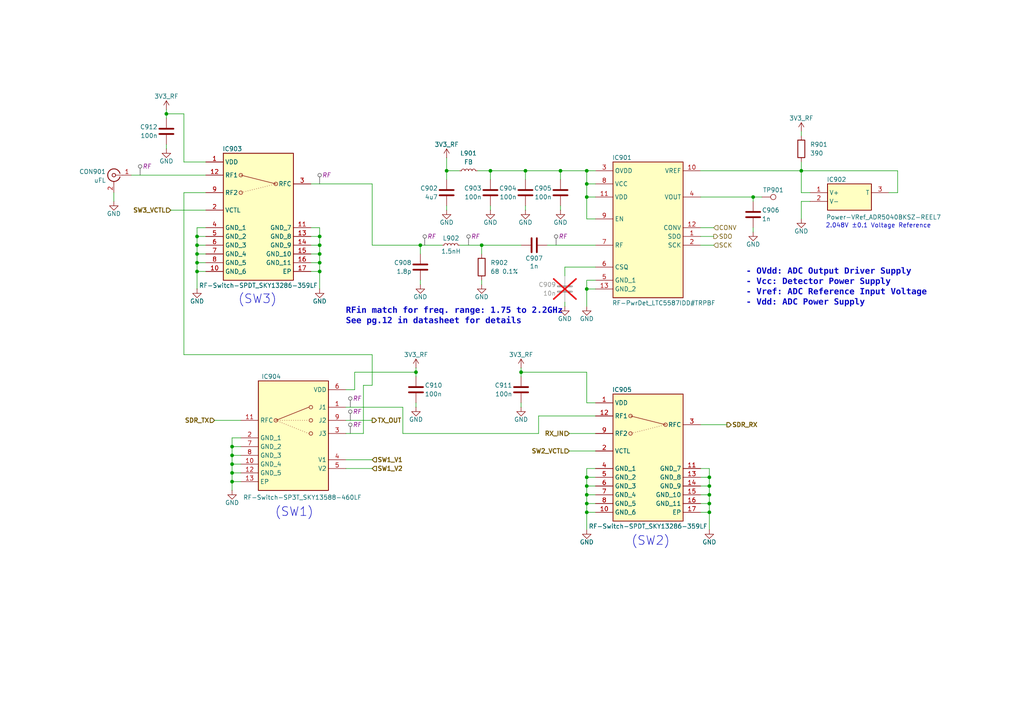
<source format=kicad_sch>
(kicad_sch (version 20250114) (generator "eeschema") (generator_version "9.0")
  (paper "A4")
  (title_block (title "RFE") (date "2024-06-01") (rev "A1") (company "LibreCellular Project - https://librecellular.org/") (comment 1 "Drawn: OK") (comment 2 "Checked: x"))
  (lib_symbols
    (symbol "Connector:Conn_Coaxial" (pin_names (offset 1.016) (hide yes))
      (property "Reference" "J" (at 0.254 3.048 0))
      (property "Value" "Conn_Coaxial" (at 2.921 0 90))
      (symbol "Conn_Coaxial_0_1"
        (polyline (pts (xy -2.54 0) (xy -0.508 0)))
        (arc (start 1.778 0) (mid 0.222 -1.8079) (end -1.778 -0.508) (stroke (width 0.254)))
        (arc (start -1.778 0.508) (mid 0.2221 1.8084) (end 1.778 0) (stroke (width 0.254)))
        (circle (center 0 0) (radius 0.508) (stroke (width 0.2032)))
        (polyline (pts (xy 0 -2.54) (xy 0 -1.778)))
      )
      (symbol "Conn_Coaxial_1_1"
        (pin passive line (at -5.08 0 0) (length 2.54) (name "In") (number "1"))
        (pin passive line (at 0 -5.08 90) (length 2.54) (name "Ext") (number "2"))
      )
    )
    (symbol "Device:C" (pin_numbers (hide yes)) (pin_names (offset 0.254))
      (property "Reference" "C" (at 0.635 2.54 0))
      (property "Value" "C" (at 0.635 -2.54 0))
      (symbol "C_0_1"
        (polyline (pts (xy -2.032 0.762) (xy 2.032 0.762)) (stroke (width 0.508)))
        (polyline (pts (xy -2.032 -0.762) (xy 2.032 -0.762)) (stroke (width 0.508)))
      )
      (symbol "C_1_1"
        (pin passive line (at 0 3.81 270) (length 2.794) (name "~") (number "1"))
        (pin passive line (at 0 -3.81 90) (length 2.794) (name "~") (number "2"))
      )
    )
    (symbol "Device:L_Small" (pin_numbers (hide yes)) (pin_names (offset 0.254) (hide yes))
      (property "Reference" "L" (at 0.762 1.016 0))
      (property "Value" "L_Small" (at 0.762 -1.016 0))
      (symbol "L_Small_0_1"
        (arc (start 0 2.032) (mid 0.5058 1.524) (end 0 1.016))
        (arc (start 0 1.016) (mid 0.5058 0.508) (end 0 0))
        (arc (start 0 0) (mid 0.5058 -0.508) (end 0 -1.016))
        (arc (start 0 -1.016) (mid 0.5058 -1.524) (end 0 -2.032))
      )
      (symbol "L_Small_1_1"
        (pin passive line (at 0 2.54 270) (length 0.508) (name "~") (number "1"))
        (pin passive line (at 0 -2.54 90) (length 0.508) (name "~") (number "2"))
      )
    )
    (symbol "Device:R" (pin_numbers (hide yes)) (pin_names (offset 0))
      (property "Reference" "R" (at 2.032 0 90))
      (property "Value" "R" (at 0 0 90))
      (symbol "R_0_1"
        (rectangle (start -1.016 -2.54) (end 1.016 2.54) (stroke (width 0.254)))
      )
      (symbol "R_1_1"
        (pin passive line (at 0 3.81 270) (length 1.27) (name "~") (number "1"))
        (pin passive line (at 0 -3.81 90) (length 1.27) (name "~") (number "2"))
      )
    )
    (symbol "LC_RFE:Power-VRef_ADR5040BKSZ-REEL7"
      (property "Reference" "IC" (at -6.604 5.842 0))
      (property "Value" "Power-VRef_ADR5040BKSZ-REEL7" (at -6.858 -4.572 0))
      (symbol "Power-VRef_ADR5040BKSZ-REEL7_1_1"
        (rectangle (start -6.35 3.81) (end 6.35 -3.81) (stroke (width 0.254)) (fill (type background)))
        (pin passive line (at -11.43 1.27 0) (length 5.08) (name "V+") (number "1"))
        (pin passive line (at -11.43 -1.27 0) (length 5.08) (name "V-") (number "2"))
        (pin passive line (at 11.43 1.27 180) (length 5.08) (name "T") (number "3"))
      )
    )
    (symbol "LC_RFE:RF-PwrDet_LTC5587IDD#TRPBF"
      (property "Reference" "IC" (at -10.414 21.082 0))
      (property "Value" "RF-PwrDet_LTC5587IDD#TRPBF" (at 0 -21.082 0))
      (symbol "RF-PwrDet_LTC5587IDD#TRPBF_1_1"
        (rectangle (start -10.16 19.05) (end 10.16 -20.32) (stroke (width 0.254)) (fill (type background)))
        (pin passive line (at -15.24 16.51 0) (length 5.08) (name "OVDD") (number "3"))
        (pin passive line (at -15.24 12.7 0) (length 5.08) (name "VCC") (number "8"))
        (pin passive line (at -15.24 8.89 0) (length 5.08) (name "VDD") (number "11"))
        (pin passive line (at -15.24 2.54 0) (length 5.08) (name "EN") (number "9"))
        (pin passive line (at -15.24 -5.08 0) (length 5.08) (name "RF") (number "7"))
        (pin passive line (at -15.24 -11.43 0) (length 5.08) (name "CSQ") (number "6"))
        (pin passive line (at -15.24 -15.24 0) (length 5.08) (name "GND_1") (number "5"))
        (pin passive line (at -15.24 -17.78 0) (length 5.08) (name "GND_2") (number "13"))
        (pin passive line (at 15.24 16.51 180) (length 5.08) (name "VREF") (number "10"))
        (pin passive line (at 15.24 8.89 180) (length 5.08) (name "VOUT") (number "4"))
        (pin passive line (at 15.24 0 180) (length 5.08) (name "CONV") (number "12"))
        (pin passive line (at 15.24 -2.54 180) (length 5.08) (name "SDO") (number "1"))
        (pin passive line (at 15.24 -5.08 180) (length 5.08) (name "SCK") (number "2"))
      )
    )
    (symbol "LC_RFE:RF-Switch-SP3T_SKY13588-460LF"
      (property "Reference" "IC" (at -10.16 18.542 0))
      (property "Value" "RF-Switch-SP3T_SKY13588-460LF" (at 0 -17.272 0))
      (symbol "RF-Switch-SP3T_SKY13588-460LF_0_1"
        (circle (center -5.08 8.89) (radius 0.508))
        (circle (center -5.08 5.08) (radius 0.508))
        (circle (center -5.08 1.27) (radius 0.508))
        (polyline (pts (xy 5.08 5.08) (xy -4.445 8.89)))
        (polyline (pts (xy 5.08 5.08) (xy -4.445 5.08)) (stroke (width 0) (type dot)))
        (circle (center 5.08 5.08) (radius 0.508))
      )
      (symbol "RF-Switch-SP3T_SKY13588-460LF_1_1"
        (rectangle (start -10.16 16.51) (end 10.16 -15.24) (stroke (width 0.254)) (fill (type background)))
        (polyline (pts (xy 5.08 5.08) (xy -4.445 1.27)) (stroke (width 0) (type dot)))
        (pin passive line (at -15.24 13.97 0) (length 5.08) (name "VDD") (number "6"))
        (pin passive line (at -15.24 8.89 0) (length 5.08) (name "J1") (number "1"))
        (pin passive line (at -15.24 5.08 0) (length 5.08) (name "J2") (number "9"))
        (pin passive line (at -15.24 1.27 0) (length 5.08) (name "J3") (number "3"))
        (pin passive line (at -15.24 -6.35 0) (length 5.08) (name "V1") (number "4"))
        (pin passive line (at -15.24 -8.89 0) (length 5.08) (name "V2") (number "5"))
        (pin passive line (at 15.24 5.08 180) (length 5.08) (name "RFC") (number "11"))
        (pin passive line (at 15.24 0 180) (length 5.08) (name "GND_1") (number "2"))
        (pin passive line (at 15.24 -2.54 180) (length 5.08) (name "GND_2") (number "7"))
        (pin passive line (at 15.24 -5.08 180) (length 5.08) (name "GND_3") (number "8"))
        (pin passive line (at 15.24 -7.62 180) (length 5.08) (name "GND_4") (number "10"))
        (pin passive line (at 15.24 -10.16 180) (length 5.08) (name "GND_5") (number "12"))
        (pin passive line (at 15.24 -12.7 180) (length 5.08) (name "EP") (number "13"))
      )
    )
    (symbol "LC_RFE:RF-Switch-SPDT_SKY13286-359LF"
      (property "Reference" "IC" (at -10.414 21.082 0))
      (property "Value" "RF-Switch-SPDT_SKY13286-359LF" (at -10.414 -18.542 0))
      (symbol "RF-Switch-SPDT_SKY13286-359LF_0_1"
        (circle (center -5.08 12.7) (radius 0.508))
        (circle (center -5.08 7.62) (radius 0.508))
        (polyline (pts (xy 5.08 10.16) (xy -5.08 12.7)))
        (polyline (pts (xy 5.08 10.16) (xy -5.08 7.62)) (stroke (width 0) (type dot)))
        (circle (center 5.08 10.16) (radius 0.508))
      )
      (symbol "RF-Switch-SPDT_SKY13286-359LF_1_1"
        (rectangle (start -10.16 19.05) (end 10.16 -17.78) (stroke (width 0.254)) (fill (type background)))
        (pin passive line (at -15.24 16.51 0) (length 5.08) (name "VDD") (number "1"))
        (pin passive line (at -15.24 12.7 0) (length 5.08) (name "RF1") (number "12"))
        (pin passive line (at -15.24 7.62 0) (length 5.08) (name "RF2") (number "9"))
        (pin passive line (at -15.24 2.54 0) (length 5.08) (name "VCTL") (number "2"))
        (pin passive line (at -15.24 -2.54 0) (length 5.08) (name "GND_1") (number "4"))
        (pin passive line (at -15.24 -5.08 0) (length 5.08) (name "GND_2") (number "5"))
        (pin passive line (at -15.24 -7.62 0) (length 5.08) (name "GND_3") (number "6"))
        (pin passive line (at -15.24 -10.16 0) (length 5.08) (name "GND_4") (number "7"))
        (pin passive line (at -15.24 -12.7 0) (length 5.08) (name "GND_5") (number "8"))
        (pin passive line (at -15.24 -15.24 0) (length 5.08) (name "GND_6") (number "10"))
        (pin passive line (at 15.24 10.16 180) (length 5.08) (name "RFC") (number "3"))
        (pin passive line (at 15.24 -2.54 180) (length 5.08) (name "GND_7") (number "11"))
        (pin passive line (at 15.24 -5.08 180) (length 5.08) (name "GND_8") (number "13"))
        (pin passive line (at 15.24 -7.62 180) (length 5.08) (name "GND_9") (number "14"))
        (pin passive line (at 15.24 -10.16 180) (length 5.08) (name "GND_10") (number "15"))
        (pin passive line (at 15.24 -12.7 180) (length 5.08) (name "GND_11") (number "16"))
        (pin passive line (at 15.24 -15.24 180) (length 5.08) (name "EP") (number "17"))
      )
    )
    (symbol "power:+3.3VA" (power) (pin_numbers (hide yes)) (pin_names (offset 0) (hide yes))
      (property "Value" "+3.3VA" (at 0 3.556 0))
      (symbol "+3.3VA_0_1"
        (polyline (pts (xy -0.762 1.27) (xy 0 2.54)))
        (polyline (pts (xy 0 2.54) (xy 0.762 1.27)))
        (polyline (pts (xy 0 0) (xy 0 2.54)))
      )
      (symbol "+3.3VA_1_1"
        (pin power_in line (at 0 0 90) (length 0) (name "~") (number "1"))
      )
    )
    (symbol "power:GND" (power) (pin_numbers (hide yes)) (pin_names (offset 0) (hide yes))
      (property "Value" "GND" (at 0 -3.81 0))
      (symbol "GND_0_1"
        (polyline (pts (xy 0 0) (xy 0 -1.27) (xy 1.27 -1.27) (xy 0 -2.54) (xy -1.27 -1.27) (xy 0 -1.27)))
      )
      (symbol "GND_1_1"
        (pin power_in line (at 0 0 270) (length 0) (name "~") (number "1"))
      )
    )
    (symbol "winnow-testdebug:TestPoint" (pin_numbers (hide yes)) (pin_names (offset 0.762) (hide yes))
      (property "Reference" "TP" (at 0 6.858 0))
      (property "Value" "TestPoint" (at 0 5.08 0))
      (symbol "TestPoint_0_1"
        (circle (center 0 3.302) (radius 0.762))
      )
      (symbol "TestPoint_1_1"
        (pin passive line (at 0 0 90) (length 2.54) (name "1") (number "1"))
      )
    )
  )
  (text "RFin match for freq. range: 1.75 to 2.2GHz\nSee pg.12 in datasheet for details" (at 100.33 92.202 0) (effects (font (size 1.778 1.778) (thickness 0.4064) (bold yes)) (justify left)))
  (text "2.048V ±0.1 Voltage Reference" (at 254.762 65.532 0) (effects (font (size 1.27 1.27))))
  (text "(SW3)" (at 74.676 86.868 0) (effects (font (size 2.54 2.54))))
  (text "(SW1)" (at 85.344 148.59 0) (effects (font (size 2.54 2.54))))
  (text "- OVdd: ADC Output Driver Supply\n- Vcc: Detector Power Supply\n- Vref: ADC Reference Input Voltage\n- Vdd: ADC Power Supply" (at 216.408 83.82 0) (effects (font (size 1.778 1.778) (thickness 0.4064) (bold yes)) (justify left)))
  (text "(SW2)" (at 188.722 156.972 0) (effects (font (size 2.54 2.54))))
  (junction (at 170.18 140.97))
  (junction (at 57.15 78.74))
  (junction (at 92.71 73.66))
  (junction (at 142.24 49.53))
  (junction (at 120.65 107.95))
  (junction (at 57.15 68.58))
  (junction (at 67.31 129.54))
  (junction (at 232.41 49.53))
  (junction (at 57.15 76.2))
  (junction (at 152.4 49.53))
  (junction (at 205.74 138.43))
  (junction (at 139.7 71.12))
  (junction (at 162.56 49.53))
  (junction (at 205.74 146.05))
  (junction (at 170.18 148.59))
  (junction (at 205.74 148.59))
  (junction (at 170.18 143.51))
  (junction (at 121.92 71.12))
  (junction (at 170.18 57.15))
  (junction (at 48.26 33.02))
  (junction (at 129.54 49.53))
  (junction (at 57.15 71.12))
  (junction (at 67.31 134.62))
  (junction (at 170.18 138.43))
  (junction (at 67.31 137.16))
  (junction (at 92.71 76.2))
  (junction (at 92.71 68.58))
  (junction (at 170.18 49.53))
  (junction (at 170.18 83.82))
  (junction (at 218.44 57.15))
  (junction (at 92.71 71.12))
  (junction (at 151.13 107.95))
  (junction (at 205.74 140.97))
  (junction (at 67.31 132.08))
  (junction (at 92.71 78.74))
  (junction (at 170.18 53.34))
  (junction (at 205.74 143.51))
  (junction (at 67.31 139.7))
  (junction (at 170.18 146.05))
  (junction (at 57.15 73.66))
  (wire (pts (xy 203.2 135.89) (xy 205.74 135.89)))
  (wire (pts (xy 172.72 63.5) (xy 170.18 63.5)))
  (wire (pts (xy 203.2 146.05) (xy 205.74 146.05)))
  (wire (pts (xy 102.87 107.95) (xy 120.65 107.95)))
  (wire (pts (xy 67.31 127) (xy 67.31 129.54)))
  (wire (pts (xy 170.18 83.82) (xy 172.72 83.82)))
  (wire (pts (xy 165.1 130.81) (xy 172.72 130.81)))
  (wire (pts (xy 116.84 118.11) (xy 116.84 125.73)))
  (wire (pts (xy 170.18 53.34) (xy 170.18 57.15)))
  (wire (pts (xy 107.95 102.87) (xy 107.95 111.76)))
  (wire (pts (xy 170.18 135.89) (xy 170.18 138.43)))
  (wire (pts (xy 260.35 55.88) (xy 260.35 49.53)))
  (wire (pts (xy 92.71 73.66) (xy 92.71 76.2)))
  (wire (pts (xy 120.65 106.68) (xy 120.65 107.95)))
  (wire (pts (xy 205.74 143.51) (xy 205.74 146.05)))
  (wire (pts (xy 170.18 148.59) (xy 172.72 148.59)))
  (wire (pts (xy 90.17 66.04) (xy 92.71 66.04)))
  (wire (pts (xy 69.85 137.16) (xy 67.31 137.16)))
  (wire (pts (xy 57.15 68.58) (xy 57.15 71.12)))
  (wire (pts (xy 234.95 58.42) (xy 232.41 58.42)))
  (wire (pts (xy 142.24 60.96) (xy 142.24 59.69)))
  (wire (pts (xy 59.69 55.88) (xy 53.34 55.88)))
  (wire (pts (xy 162.56 59.69) (xy 162.56 60.96)))
  (wire (pts (xy 170.18 143.51) (xy 170.18 146.05)))
  (wire (pts (xy 92.71 66.04) (xy 92.71 68.58)))
  (wire (pts (xy 170.18 49.53) (xy 172.72 49.53)))
  (wire (pts (xy 151.13 107.95) (xy 151.13 109.22)))
  (wire (pts (xy 170.18 138.43) (xy 172.72 138.43)))
  (wire (pts (xy 92.71 76.2) (xy 92.71 78.74)))
  (wire (pts (xy 139.7 71.12) (xy 151.13 71.12)))
  (wire (pts (xy 100.33 121.92) (xy 107.95 121.92)))
  (wire (pts (xy 121.92 73.66) (xy 121.92 71.12)))
  (wire (pts (xy 90.17 78.74) (xy 92.71 78.74)))
  (wire (pts (xy 218.44 57.15) (xy 220.98 57.15)))
  (wire (pts (xy 203.2 71.12) (xy 207.01 71.12)))
  (wire (pts (xy 170.18 81.28) (xy 170.18 83.82)))
  (wire (pts (xy 116.84 125.73) (xy 156.21 125.73)))
  (wire (pts (xy 53.34 102.87) (xy 107.95 102.87)))
  (wire (pts (xy 170.18 146.05) (xy 172.72 146.05)))
  (wire (pts (xy 53.34 46.99) (xy 53.34 33.02)))
  (wire (pts (xy 121.92 71.12) (xy 128.27 71.12)))
  (wire (pts (xy 129.54 49.53) (xy 129.54 52.07)))
  (wire (pts (xy 57.15 76.2) (xy 59.69 76.2)))
  (wire (pts (xy 203.2 143.51) (xy 205.74 143.51)))
  (wire (pts (xy 172.72 53.34) (xy 170.18 53.34)))
  (wire (pts (xy 232.41 49.53) (xy 232.41 55.88)))
  (wire (pts (xy 69.85 134.62) (xy 67.31 134.62)))
  (wire (pts (xy 203.2 123.19) (xy 210.82 123.19)))
  (wire (pts (xy 170.18 107.95) (xy 170.18 116.84)))
  (wire (pts (xy 48.26 31.75) (xy 48.26 33.02)))
  (wire (pts (xy 57.15 68.58) (xy 59.69 68.58)))
  (wire (pts (xy 90.17 53.34) (xy 107.95 53.34)))
  (wire (pts (xy 232.41 46.99) (xy 232.41 49.53)))
  (wire (pts (xy 170.18 53.34) (xy 170.18 49.53)))
  (wire (pts (xy 151.13 107.95) (xy 170.18 107.95)))
  (wire (pts (xy 105.41 125.73) (xy 100.33 125.73)))
  (wire (pts (xy 203.2 68.58) (xy 207.01 68.58)))
  (wire (pts (xy 218.44 66.04) (xy 218.44 67.31)))
  (wire (pts (xy 53.34 55.88) (xy 53.34 102.87)))
  (wire (pts (xy 170.18 63.5) (xy 170.18 57.15)))
  (wire (pts (xy 170.18 57.15) (xy 172.72 57.15)))
  (wire (pts (xy 172.72 81.28) (xy 170.18 81.28)))
  (wire (pts (xy 69.85 129.54) (xy 67.31 129.54)))
  (wire (pts (xy 120.65 118.11) (xy 120.65 116.84)))
  (wire (pts (xy 67.31 139.7) (xy 67.31 142.24)))
  (wire (pts (xy 57.15 73.66) (xy 59.69 73.66)))
  (wire (pts (xy 170.18 140.97) (xy 172.72 140.97)))
  (wire (pts (xy 129.54 45.72) (xy 129.54 49.53)))
  (wire (pts (xy 152.4 49.53) (xy 152.4 52.07)))
  (wire (pts (xy 90.17 71.12) (xy 92.71 71.12)))
  (wire (pts (xy 57.15 71.12) (xy 57.15 73.66)))
  (wire (pts (xy 142.24 49.53) (xy 152.4 49.53)))
  (wire (pts (xy 107.95 111.76) (xy 105.41 111.76)))
  (wire (pts (xy 203.2 140.97) (xy 205.74 140.97)))
  (wire (pts (xy 100.33 113.03) (xy 102.87 113.03)))
  (wire (pts (xy 163.83 77.47) (xy 163.83 80.01)))
  (wire (pts (xy 170.18 148.59) (xy 170.18 153.67)))
  (wire (pts (xy 170.18 143.51) (xy 172.72 143.51)))
  (wire (pts (xy 205.74 146.05) (xy 205.74 148.59)))
  (wire (pts (xy 232.41 58.42) (xy 232.41 63.5)))
  (wire (pts (xy 59.69 66.04) (xy 57.15 66.04)))
  (wire (pts (xy 170.18 116.84) (xy 172.72 116.84)))
  (wire (pts (xy 105.41 111.76) (xy 105.41 125.73)))
  (wire (pts (xy 57.15 76.2) (xy 57.15 78.74)))
  (wire (pts (xy 205.74 148.59) (xy 205.74 153.67)))
  (wire (pts (xy 69.85 132.08) (xy 67.31 132.08)))
  (wire (pts (xy 49.53 60.96) (xy 59.69 60.96)))
  (wire (pts (xy 38.1 50.8) (xy 59.69 50.8)))
  (wire (pts (xy 107.95 71.12) (xy 121.92 71.12)))
  (wire (pts (xy 33.02 58.42) (xy 33.02 55.88)))
  (wire (pts (xy 90.17 68.58) (xy 92.71 68.58)))
  (wire (pts (xy 172.72 120.65) (xy 156.21 120.65)))
  (wire (pts (xy 151.13 106.68) (xy 151.13 107.95)))
  (wire (pts (xy 218.44 57.15) (xy 218.44 58.42)))
  (wire (pts (xy 107.95 133.35) (xy 100.33 133.35)))
  (wire (pts (xy 205.74 138.43) (xy 205.74 140.97)))
  (wire (pts (xy 138.43 49.53) (xy 142.24 49.53)))
  (wire (pts (xy 57.15 66.04) (xy 57.15 68.58)))
  (wire (pts (xy 48.26 33.02) (xy 48.26 34.29)))
  (wire (pts (xy 129.54 60.96) (xy 129.54 59.69)))
  (wire (pts (xy 57.15 78.74) (xy 57.15 83.82)))
  (wire (pts (xy 156.21 120.65) (xy 156.21 125.73)))
  (wire (pts (xy 203.2 138.43) (xy 205.74 138.43)))
  (wire (pts (xy 139.7 82.55) (xy 139.7 81.28)))
  (wire (pts (xy 92.71 71.12) (xy 92.71 73.66)))
  (wire (pts (xy 203.2 57.15) (xy 218.44 57.15)))
  (wire (pts (xy 90.17 73.66) (xy 92.71 73.66)))
  (wire (pts (xy 129.54 49.53) (xy 133.35 49.53)))
  (wire (pts (xy 67.31 129.54) (xy 67.31 132.08)))
  (wire (pts (xy 163.83 87.63) (xy 163.83 88.9)))
  (wire (pts (xy 172.72 77.47) (xy 163.83 77.47)))
  (wire (pts (xy 107.95 53.34) (xy 107.95 71.12)))
  (wire (pts (xy 48.26 43.18) (xy 48.26 41.91)))
  (wire (pts (xy 59.69 46.99) (xy 53.34 46.99)))
  (wire (pts (xy 205.74 135.89) (xy 205.74 138.43)))
  (wire (pts (xy 162.56 49.53) (xy 162.56 52.07)))
  (wire (pts (xy 133.35 71.12) (xy 139.7 71.12)))
  (wire (pts (xy 102.87 113.03) (xy 102.87 107.95)))
  (wire (pts (xy 121.92 81.28) (xy 121.92 82.55)))
  (wire (pts (xy 257.81 55.88) (xy 260.35 55.88)))
  (wire (pts (xy 57.15 78.74) (xy 59.69 78.74)))
  (wire (pts (xy 170.18 138.43) (xy 170.18 140.97)))
  (wire (pts (xy 165.1 125.73) (xy 172.72 125.73)))
  (wire (pts (xy 151.13 118.11) (xy 151.13 116.84)))
  (wire (pts (xy 57.15 73.66) (xy 57.15 76.2)))
  (wire (pts (xy 232.41 38.1) (xy 232.41 39.37)))
  (wire (pts (xy 152.4 59.69) (xy 152.4 60.96)))
  (wire (pts (xy 152.4 49.53) (xy 162.56 49.53)))
  (wire (pts (xy 62.23 121.92) (xy 69.85 121.92)))
  (wire (pts (xy 162.56 49.53) (xy 170.18 49.53)))
  (wire (pts (xy 172.72 135.89) (xy 170.18 135.89)))
  (wire (pts (xy 232.41 55.88) (xy 234.95 55.88)))
  (wire (pts (xy 92.71 68.58) (xy 92.71 71.12)))
  (wire (pts (xy 170.18 83.82) (xy 170.18 88.9)))
  (wire (pts (xy 90.17 76.2) (xy 92.71 76.2)))
  (wire (pts (xy 69.85 127) (xy 67.31 127)))
  (wire (pts (xy 139.7 71.12) (xy 139.7 73.66)))
  (wire (pts (xy 67.31 132.08) (xy 67.31 134.62)))
  (wire (pts (xy 203.2 49.53) (xy 232.41 49.53)))
  (wire (pts (xy 142.24 49.53) (xy 142.24 52.07)))
  (wire (pts (xy 100.33 118.11) (xy 116.84 118.11)))
  (wire (pts (xy 170.18 146.05) (xy 170.18 148.59)))
  (wire (pts (xy 207.01 66.04) (xy 203.2 66.04)))
  (wire (pts (xy 120.65 107.95) (xy 120.65 109.22)))
  (wire (pts (xy 67.31 134.62) (xy 67.31 137.16)))
  (wire (pts (xy 53.34 33.02) (xy 48.26 33.02)))
  (wire (pts (xy 107.95 135.89) (xy 100.33 135.89)))
  (wire (pts (xy 203.2 148.59) (xy 205.74 148.59)))
  (wire (pts (xy 170.18 140.97) (xy 170.18 143.51)))
  (wire (pts (xy 69.85 139.7) (xy 67.31 139.7)))
  (wire (pts (xy 260.35 49.53) (xy 232.41 49.53)))
  (wire (pts (xy 67.31 137.16) (xy 67.31 139.7)))
  (wire (pts (xy 205.74 140.97) (xy 205.74 143.51)))
  (wire (pts (xy 92.71 78.74) (xy 92.71 83.82)))
  (wire (pts (xy 57.15 71.12) (xy 59.69 71.12)))
  (wire (pts (xy 158.75 71.12) (xy 172.72 71.12)))
  (hierarchical_label "SW1_V2" (shape input) (at 107.95 135.89 0) (effects (font (bold yes))))
  (hierarchical_label "RX_IN" (shape input) (at 165.1 125.73 180) (effects (font (bold yes))))
  (hierarchical_label "SW3_VCTL" (shape input) (at 49.53 60.96 180) (effects (font (bold yes))))
  (hierarchical_label "CONV" (shape input) (at 207.01 66.04 0))
  (hierarchical_label "SDO" (shape output) (at 207.01 68.58 0))
  (hierarchical_label "SDR_TX" (shape input) (at 62.23 121.92 180) (effects (font (bold yes))))
  (hierarchical_label "SW2_VCTL" (shape input) (at 165.1 130.81 180) (effects (font (bold yes))))
  (hierarchical_label "TX_OUT" (shape output) (at 107.95 121.92 0) (effects (font (bold yes))))
  (hierarchical_label "SDR_RX" (shape output) (at 210.82 123.19 0) (effects (font (bold yes))))
  (hierarchical_label "SW1_V1" (shape input) (at 107.95 133.35 0) (effects (font (bold yes))))
  (hierarchical_label "SCK" (shape input) (at 207.01 71.12 0))
  (netclass_flag "" (length 2.54) (shape round) (at 101.6 121.92 0) (property "Netclass" "RF" (at 102.2985 119.38 0) (effects (font (italic yes)) (justify left))))
  (netclass_flag "" (length 2.54) (shape round) (at 101.6 125.73 0) (property "Netclass" "RF" (at 102.2985 123.19 0) (effects (font (italic yes)) (justify left))))
  (netclass_flag "" (length 2.54) (shape round) (at 92.71 53.34 0) (property "Netclass" "RF" (at 93.4085 50.8 0) (effects (font (italic yes)) (justify left))))
  (netclass_flag "" (length 2.54) (shape round) (at 40.64 50.8 0) (property "Netclass" "RF" (at 41.3385 48.26 0) (effects (font (italic yes)) (justify left))))
  (netclass_flag "" (length 2.54) (shape round) (at 161.29 71.12 0) (property "Netclass" "RF" (at 161.9885 68.58 0) (effects (font (italic yes)) (justify left))))
  (netclass_flag "" (length 2.54) (shape round) (at 123.19 71.12 0) (property "Netclass" "RF" (at 123.8885 68.58 0) (effects (font (italic yes)) (justify left))))
  (netclass_flag "" (length 2.54) (shape round) (at 135.89 71.12 0) (property "Netclass" "RF" (at 136.5885 68.58 0) (effects (font (italic yes)) (justify left))))
  (netclass_flag "" (length 2.54) (shape round) (at 101.6 118.11 0) (property "Netclass" "RF" (at 102.2985 115.57 0) (effects (font (italic yes)) (justify left))))
  (symbol (lib_id "power:GND") (at 170.18 153.67 0) (unit 1)
    (property "Reference" "#PWR0923" (effects (hide yes)))
    (property "Value" "GND" (at 170.18 157.226 0))
    (property "Description" "Power symbol creates a global label with name \"GND\" , ground" (effects (hide yes)))
    (instances (project "LC_RFE-RevA1" (path "" (reference "#PWR0923") (unit 1)) (path "" (reference "#PWR01021") (unit 1))))
  )
  (symbol (lib_id "Device:C") (at 162.56 55.88 0) (mirror y) (unit 1)
    (property "Reference" "C905" (at 160.02 54.61 0) (effects (justify left)))
    (property "Value" "100n" (at 160.02 57.15 0) (effects (justify left)))
    (property "Footprint" "Capacitor_SMD:C_0402_1005Metric" (effects (hide yes)))
    (property "Description" "Unpolarized capacitor" (effects (hide yes)))
    (property "JLCASSY" "C307331" (effects (hide yes)))
    (instances (project "LC_RFE-RevA1" (path "" (reference "C905") (unit 1)) (path "" (reference "C1005") (unit 1))))
  )
  (symbol (lib_id "power:GND") (at 92.71 83.82 0) (unit 1)
    (property "Reference" "#PWR0915" (effects (hide yes)))
    (property "Value" "GND" (at 92.71 87.376 0))
    (property "Description" "Power symbol creates a global label with name \"GND\" , ground" (effects (hide yes)))
    (instances (project "LC_RFE-RevA1" (path "" (reference "#PWR0915") (unit 1)) (path "" (reference "#PWR01024") (unit 1))))
  )
  (symbol (lib_id "power:GND") (at 33.02 58.42 0) (unit 1)
    (property "Reference" "#PWR0905" (effects (hide yes)))
    (property "Value" "GND" (at 33.02 61.976 0))
    (property "Description" "Power symbol creates a global label with name \"GND\" , ground" (effects (hide yes)))
    (instances (project "LC_RFE-RevA1" (path "" (reference "#PWR0905") (unit 1)) (path "" (reference "#PWR01018") (unit 1))))
  )
  (symbol (lib_id "power:+3.3VA") (at 120.65 106.68 0) (unit 1)
    (property "Reference" "#PWR0918" (effects (hide yes)))
    (property "Value" "3V3_RF" (at 120.65 102.87 0))
    (property "Description" "Power symbol creates a global label with name \"+3.3VA\"" (effects (hide yes)))
    (instances (project "LC_RFE-RevA1" (path "" (reference "#PWR0918") (unit 1)) (path "" (reference "#PWR01013") (unit 1))))
  )
  (symbol (lib_id "Connector:Conn_Coaxial") (at 33.02 50.8 0) (mirror y) (unit 1)
    (property "Reference" "CON901" (at 30.734 49.784 0) (effects (justify left)))
    (property "Value" "uFL" (at 30.734 52.324 0) (effects (justify left)))
    (property "Footprint" "LC_RFE:Molex_734120110" (effects (hide yes)))
    (property "Description" "uFL coaxial connector" (effects (hide yes)))
    (property "MFG" "HCTL" (effects (hide yes)))
    (property "MPN" "HC-RF-IPEX0303-01" (effects (hide yes)))
    (property "JLCASSY" "C2894919" (effects (hide yes)))
    (instances (project "LC_RFE-RevA1" (path "" (reference "CON901") (unit 1)) (path "" (reference "CON1001") (unit 1))))
  )
  (symbol (lib_id "LC_RFE:RF-PwrDet_LTC5587IDD#TRPBF") (at 187.96 66.04 0) (unit 1)
    (property "Reference" "IC901" (at 177.546 45.72 0) (effects (justify left)))
    (property "Value" "RF-PwrDet_LTC5587IDD#TRPBF" (at 192.532 87.884 0))
    (property "Footprint" "LC_RFE:SON45P300X300X80-13N-D" (effects (hide yes)))
    (property "Datasheet" "http://www.linear.com/docs/29700" (effects (hide yes)))
    (property "Description" "RF Detector 6GHz RMS Power Detector with 12-Bit Serial Output ADC" (effects (hide yes)))
    (property "Height" "0.8" (effects (hide yes)))
    (property "Manufacturer_Name" "Analog Devices" (effects (hide yes)))
    (property "Manufacturer_Part_Number" "LTC5587IDD#TRPBF" (effects (hide yes)))
    (property "Mouser Part Number" "584-LTC5587IDD#TRPBF" (effects (hide yes)))
    (property "Mouser Price/Stock" "https://www.mouser.co.uk/ProductDetail/Analog-Devices/LTC5587IDDTRPBF?qs=hVkxg5c3xu9GOsdnmB0DIw%3D%3D" (effects (hide yes)))
    (property "Arrow Part Number" "LTC5587IDD#TRPBF" (effects (hide yes)))
    (property "Arrow Price/Stock" "https://www.arrow.com/en/products/ltc5587iddtrpbf/analog-devices?region=nac" (effects (hide yes)))
    (property "JLCASSY" "C688698" (effects (hide yes)))
    (instances (project "LC_RFE-RevA1" (path "" (reference "IC901") (unit 1)) (path "" (reference "IC1001") (unit 1))))
  )
  (symbol (lib_id "power:+3.3VA") (at 48.26 31.75 0) (unit 1)
    (property "Reference" "#PWR0901" (effects (hide yes)))
    (property "Value" "3V3_RF" (at 48.26 27.94 0))
    (property "Description" "Power symbol creates a global label with name \"+3.3VA\"" (effects (hide yes)))
    (instances (project "LC_RFE-RevA1" (path "" (reference "#PWR0901") (unit 1)) (path "" (reference "#PWR01019") (unit 1))))
  )
  (symbol (lib_id "Device:C") (at 48.26 38.1 0) (mirror y) (unit 1)
    (property "Reference" "C912" (at 45.72 36.83 0) (effects (justify left)))
    (property "Value" "100n" (at 45.72 39.37 0) (effects (justify left)))
    (property "Footprint" "Capacitor_SMD:C_0402_1005Metric" (effects (hide yes)))
    (property "Description" "Unpolarized capacitor" (effects (hide yes)))
    (property "JLCASSY" "C307331" (effects (hide yes)))
    (instances (project "LC_RFE-RevA1" (path "" (reference "C912") (unit 1)) (path "" (reference "C1012") (unit 1))))
  )
  (symbol (lib_id "power:GND") (at 129.54 60.96 0) (unit 1)
    (property "Reference" "#PWR0906" (effects (hide yes)))
    (property "Value" "GND" (at 129.54 64.516 0))
    (property "Description" "Power symbol creates a global label with name \"GND\" , ground" (effects (hide yes)))
    (instances (project "LC_RFE-RevA1" (path "" (reference "#PWR0906") (unit 1)) (path "" (reference "#PWR01003") (unit 1))))
  )
  (symbol (lib_id "Device:L_Small") (at 135.89 49.53 90) (unit 1)
    (property "Reference" "L901" (at 135.89 44.45 90))
    (property "Value" "FB" (at 135.89 46.99 90))
    (property "Footprint" "Inductor_SMD:L_0402_1005Metric" (effects (hide yes)))
    (property "Description" "Inductor, small symbol" (effects (hide yes)))
    (property "JLCASSY" "C491491" (effects (hide yes)))
    (instances (project "LC_RFE-RevA1" (path "" (reference "L901") (unit 1)) (path "" (reference "L1001") (unit 1))))
  )
  (symbol (lib_id "power:GND") (at 120.65 118.11 0) (unit 1)
    (property "Reference" "#PWR0920" (effects (hide yes)))
    (property "Value" "GND" (at 120.65 121.666 0))
    (property "Description" "Power symbol creates a global label with name \"GND\" , ground" (effects (hide yes)))
    (instances (project "LC_RFE-RevA1" (path "" (reference "#PWR0920") (unit 1)) (path "" (reference "#PWR01015") (unit 1))))
  )
  (symbol (lib_id "LC_RFE:RF-Switch-SPDT_SKY13286-359LF") (at 187.96 133.35 0) (unit 1)
    (property "Reference" "IC905" (at 177.546 113.03 0) (effects (justify left)))
    (property "Value" "RF-Switch-SPDT_SKY13286-359LF" (at 187.96 152.654 0))
    (property "Footprint" "LC_RFE:QFN65P400X400X100-17N-D" (effects (hide yes)))
    (property "Datasheet" "https://www.skyworksinc.com/-/media/SkyWorks/Documents/Products/101-200/SKY13286_359LF_200570K.pdf" (effects (hide yes)))
    (property "Description" "100 MHz-6 GHz GaAs High Isolation SPDT Non-Reflective Switch" (effects (hide yes)))
    (property "Height" "1" (effects (hide yes)))
    (property "Manufacturer_Name" "Skyworks" (effects (hide yes)))
    (property "Manufacturer_Part_Number" "SKY13286-359LF" (effects (hide yes)))
    (property "JLCASSY" "C3304168" (effects (hide yes)))
    (instances (project "LC_RFE-RevA1" (path "" (reference "IC905") (unit 1)) (path "" (reference "IC1005") (unit 1))))
  )
  (symbol (lib_id "power:GND") (at 162.56 60.96 0) (unit 1)
    (property "Reference" "#PWR0909" (effects (hide yes)))
    (property "Value" "GND" (at 162.56 64.516 0))
    (property "Description" "Power symbol creates a global label with name \"GND\" , ground" (effects (hide yes)))
    (instances (project "LC_RFE-RevA1" (path "" (reference "#PWR0909") (unit 1)) (path "" (reference "#PWR01006") (unit 1))))
  )
  (symbol (lib_id "power:GND") (at 163.83 88.9 0) (unit 1)
    (property "Reference" "#PWR0916" (effects (hide yes)))
    (property "Value" "GND" (at 163.83 92.456 0))
    (property "Description" "Power symbol creates a global label with name \"GND\" , ground" (effects (hide yes)))
    (instances (project "LC_RFE-RevA1" (path "" (reference "#PWR0916") (unit 1)) (path "" (reference "#PWR01011") (unit 1))))
  )
  (symbol (lib_id "Device:C") (at 121.92 77.47 0) (mirror y) (unit 1)
    (property "Reference" "C908" (at 119.38 76.2 0) (effects (justify left)))
    (property "Value" "1.8p" (at 119.38 78.74 0) (effects (justify left)))
    (property "Footprint" "Capacitor_SMD:C_0402_1005Metric" (effects (hide yes)))
    (property "Description" "Unpolarized capacitor" (effects (hide yes)))
    (property "JLCASSY" "C85878" (effects (hide yes)))
    (instances (project "LC_RFE-RevA1" (path "" (reference "C908") (unit 1)) (path "" (reference "C1008") (unit 1))))
  )
  (symbol (lib_id "LC_RFE:Power-VRef_ADR5040BKSZ-REEL7") (at 246.38 57.15 0) (unit 1)
    (property "Reference" "IC902" (at 239.776 52.07 0) (effects (justify left)))
    (property "Value" "Power-VRef_ADR5040BKSZ-REEL7" (at 256.286 62.992 0))
    (property "Footprint" "SOT65P210X110-3N" (effects (hide yes)))
    (property "Datasheet" "https://www.analog.com/media/en/technical-documentation/data-sheets/adr5040_5041_5043_5044_5045.pdf" (effects (hide yes)))
    (property "Description" "Voltage References Low Cost 2.048V Shunt Voltage Reference" (effects (hide yes)))
    (property "Height" "1.1" (effects (hide yes)))
    (property "Manufacturer_Name" "Analog Devices" (effects (hide yes)))
    (property "Manufacturer_Part_Number" "ADR5040BKSZ-REEL7" (effects (hide yes)))
    (property "Mouser Part Number" "584-ADR5040BKSZ-R7" (effects (hide yes)))
    (property "Mouser Price/Stock" "https://www.mouser.co.uk/ProductDetail/Analog-Devices/ADR5040BKSZ-REEL7?qs=WIvQP4zGanh5K7tQ5HKQVw%3D%3D" (effects (hide yes)))
    (property "Arrow Part Number" "ADR5040BKSZ-REEL7" (effects (hide yes)))
    (property "Arrow Price/Stock" "https://www.arrow.com/en/products/adr5040bksz-reel7/analog-devices?region=nac" (effects (hide yes)))
    (property "JLCASSY" "C659592" (effects (hide yes)))
    (instances (project "LC_RFE-RevA1" (path "" (reference "IC902") (unit 1)) (path "" (reference "IC1002") (unit 1))))
  )
  (symbol (lib_id "Device:C") (at 154.94 71.12 90) (mirror x) (unit 1)
    (property "Reference" "C907" (at 157.48 74.93 90) (effects (justify left)))
    (property "Value" "1n" (at 156.21 77.216 90) (effects (justify left)))
    (property "Footprint" "Capacitor_SMD:C_0402_1005Metric" (effects (hide yes)))
    (property "Description" "Unpolarized capacitor" (effects (hide yes)))
    (property "JLCASSY" "C126493" (effects (hide yes)))
    (instances (project "LC_RFE-RevA1" (path "" (reference "C907") (unit 1)) (path "" (reference "C1007") (unit 1))))
  )
  (symbol (lib_id "power:GND") (at 232.41 63.5 0) (unit 1)
    (property "Reference" "#PWR0910" (effects (hide yes)))
    (property "Value" "GND" (at 232.41 67.056 0))
    (property "Description" "Power symbol creates a global label with name \"GND\" , ground" (effects (hide yes)))
    (instances (project "LC_RFE-RevA1" (path "" (reference "#PWR0910") (unit 1)) (path "" (reference "#PWR01007") (unit 1))))
  )
  (symbol (lib_id "Device:C") (at 218.44 62.23 0) (unit 1)
    (property "Reference" "C906" (at 220.98 60.96 0) (effects (justify left)))
    (property "Value" "1n" (at 220.98 63.5 0) (effects (justify left)))
    (property "Footprint" "Capacitor_SMD:C_0402_1005Metric" (effects (hide yes)))
    (property "Description" "Unpolarized capacitor" (effects (hide yes)))
    (property "JLCASSY" "C126493" (effects (hide yes)))
    (instances (project "LC_RFE-RevA1" (path "" (reference "C906") (unit 1)) (path "" (reference "C1006") (unit 1))))
  )
  (symbol (lib_id "power:GND") (at 218.44 67.31 0) (unit 1)
    (property "Reference" "#PWR0911" (effects (hide yes)))
    (property "Value" "GND" (at 218.44 70.866 0))
    (property "Description" "Power symbol creates a global label with name \"GND\" , ground" (effects (hide yes)))
    (instances (project "LC_RFE-RevA1" (path "" (reference "#PWR0911") (unit 1)) (path "" (reference "#PWR01008") (unit 1))))
  )
  (symbol (lib_id "Device:C") (at 152.4 55.88 0) (mirror y) (unit 1)
    (property "Reference" "C904" (at 149.86 54.61 0) (effects (justify left)))
    (property "Value" "100n" (at 149.86 57.15 0) (effects (justify left)))
    (property "Footprint" "Capacitor_SMD:C_0402_1005Metric" (effects (hide yes)))
    (property "Description" "Unpolarized capacitor" (effects (hide yes)))
    (property "JLCASSY" "C307331" (effects (hide yes)))
    (instances (project "LC_RFE-RevA1" (path "" (reference "C904") (unit 1)) (path "" (reference "C1004") (unit 1))))
  )
  (symbol (lib_id "Device:C") (at 142.24 55.88 0) (mirror y) (unit 1)
    (property "Reference" "C903" (at 139.7 54.61 0) (effects (justify left)))
    (property "Value" "100n" (at 139.7 57.15 0) (effects (justify left)))
    (property "Footprint" "Capacitor_SMD:C_0402_1005Metric" (effects (hide yes)))
    (property "Description" "Unpolarized capacitor" (effects (hide yes)))
    (property "JLCASSY" "C307331" (effects (hide yes)))
    (instances (project "LC_RFE-RevA1" (path "" (reference "C903") (unit 1)) (path "" (reference "C1003") (unit 1))))
  )
  (symbol (lib_id "power:GND") (at 139.7 82.55 0) (unit 1)
    (property "Reference" "#PWR0913" (effects (hide yes)))
    (property "Value" "GND" (at 139.7 86.106 0))
    (property "Description" "Power symbol creates a global label with name \"GND\" , ground" (effects (hide yes)))
    (instances (project "LC_RFE-RevA1" (path "" (reference "#PWR0913") (unit 1)) (path "" (reference "#PWR01010") (unit 1))))
  )
  (symbol (lib_id "winnow-testdebug:TestPoint") (at 220.98 57.15 270) (unit 1)
    (property "Reference" "TP901" (at 224.282 55.118 90))
    (property "Value" "TestPoint" (effects (hide yes)))
    (property "Footprint" "TestPoint:TestPoint_Pad_D2.0mm" (effects (hide yes)))
    (property "Description" "Test point pad 1.5x1.5mm" (effects (hide yes)))
    (instances (project "LC_RFE-RevA1" (path "" (reference "TP901") (unit 1)) (path "" (reference "TP1001") (unit 1))))
  )
  (symbol (lib_id "power:GND") (at 205.74 153.67 0) (unit 1)
    (property "Reference" "#PWR0924" (effects (hide yes)))
    (property "Value" "GND" (at 205.74 157.226 0))
    (property "Description" "Power symbol creates a global label with name \"GND\" , ground" (effects (hide yes)))
    (instances (project "LC_RFE-RevA1" (path "" (reference "#PWR0924") (unit 1)) (path "" (reference "#PWR01022") (unit 1))))
  )
  (symbol (lib_id "power:GND") (at 142.24 60.96 0) (unit 1)
    (property "Reference" "#PWR0907" (effects (hide yes)))
    (property "Value" "GND" (at 142.24 64.516 0))
    (property "Description" "Power symbol creates a global label with name \"GND\" , ground" (effects (hide yes)))
    (instances (project "LC_RFE-RevA1" (path "" (reference "#PWR0907") (unit 1)) (path "" (reference "#PWR01004") (unit 1))))
  )
  (symbol (lib_id "power:GND") (at 57.15 83.82 0) (unit 1)
    (property "Reference" "#PWR0914" (effects (hide yes)))
    (property "Value" "GND" (at 57.15 87.376 0))
    (property "Description" "Power symbol creates a global label with name \"GND\" , ground" (effects (hide yes)))
    (instances (project "LC_RFE-RevA1" (path "" (reference "#PWR0914") (unit 1)) (path "" (reference "#PWR01023") (unit 1))))
  )
  (symbol (lib_id "power:GND") (at 152.4 60.96 0) (unit 1)
    (property "Reference" "#PWR0908" (effects (hide yes)))
    (property "Value" "GND" (at 152.4 64.516 0))
    (property "Description" "Power symbol creates a global label with name \"GND\" , ground" (effects (hide yes)))
    (instances (project "LC_RFE-RevA1" (path "" (reference "#PWR0908") (unit 1)) (path "" (reference "#PWR01005") (unit 1))))
  )
  (symbol (lib_id "power:GND") (at 67.31 142.24 0) (mirror y) (unit 1)
    (property "Reference" "#PWR0922" (effects (hide yes)))
    (property "Value" "GND" (at 67.31 145.796 0))
    (property "Description" "Power symbol creates a global label with name \"GND\" , ground" (effects (hide yes)))
    (instances (project "LC_RFE-RevA1" (path "" (reference "#PWR0922") (unit 1)) (path "" (reference "#PWR01017") (unit 1))))
  )
  (symbol (lib_id "Device:C") (at 163.83 83.82 0) (mirror y) (unit 1) (dnp yes)
    (property "Reference" "C909" (at 161.29 82.55 0) (effects (justify left)))
    (property "Value" "10n" (at 161.29 85.09 0) (effects (justify left)))
    (property "Footprint" "Capacitor_SMD:C_0402_1005Metric" (effects (hide yes)))
    (property "Description" "Unpolarized capacitor" (effects (hide yes)))
    (instances (project "LC_RFE-RevA1" (path "" (reference "C909") (unit 1)) (path "" (reference "C1009") (unit 1))))
  )
  (symbol (lib_id "Device:R") (at 232.41 43.18 0) (unit 1)
    (property "Reference" "R901" (at 234.95 41.9099 0) (effects (justify left)))
    (property "Value" "390" (at 234.95 44.4499 0) (effects (justify left)))
    (property "Footprint" "Resistor_SMD:R_0402_1005Metric" (effects (hide yes)))
    (property "Description" "Resistor" (effects (hide yes)))
    (property "JLCASSY" "C2906937" (effects (hide yes)))
    (instances (project "LC_RFE-RevA1" (path "" (reference "R901") (unit 1)) (path "" (reference "R1001") (unit 1))))
  )
  (symbol (lib_id "LC_RFE:RF-Switch-SPDT_SKY13286-359LF") (at 74.93 63.5 0) (unit 1)
    (property "Reference" "IC903" (at 64.516 43.18 0) (effects (justify left)))
    (property "Value" "RF-Switch-SPDT_SKY13286-359LF" (at 74.93 82.804 0))
    (property "Footprint" "LC_RFE:QFN65P400X400X100-17N-D" (effects (hide yes)))
    (property "Datasheet" "https://www.skyworksinc.com/-/media/SkyWorks/Documents/Products/101-200/SKY13286_359LF_200570K.pdf" (effects (hide yes)))
    (property "Description" "100 MHz-6 GHz GaAs High Isolation SPDT Non-Reflective Switch" (effects (hide yes)))
    (property "Height" "1" (effects (hide yes)))
    (property "Manufacturer_Name" "Skyworks" (effects (hide yes)))
    (property "Manufacturer_Part_Number" "SKY13286-359LF" (effects (hide yes)))
    (property "JLCASSY" "C3304168" (effects (hide yes)))
    (instances (project "LC_RFE-RevA1" (path "" (reference "IC903") (unit 1)) (path "" (reference "IC1003") (unit 1))))
  )
  (symbol (lib_id "power:GND") (at 48.26 43.18 0) (unit 1)
    (property "Reference" "#PWR0903" (effects (hide yes)))
    (property "Value" "GND" (at 48.26 46.736 0))
    (property "Description" "Power symbol creates a global label with name \"GND\" , ground" (effects (hide yes)))
    (instances (project "LC_RFE-RevA1" (path "" (reference "#PWR0903") (unit 1)) (path "" (reference "#PWR01020") (unit 1))))
  )
  (symbol (lib_id "LC_RFE:RF-Switch-SP3T_SKY13588-460LF") (at 85.09 127 0) (mirror y) (unit 1)
    (property "Reference" "IC904" (at 81.534 109.22 0) (effects (justify left)))
    (property "Value" "RF-Switch-SP3T_SKY13588-460LF" (at 104.902 144.272 0) (effects (justify left)))
    (property "Footprint" "LC_RFE:QFN50P200X200X65-13N-D" (effects (hide yes)))
    (property "Datasheet" "https://www.skyworksinc.com/-/media/SkyWorks/Documents/Products/2201-2300/SKY13588_460LF_203512D.pdf" (effects (hide yes)))
    (property "Description" "RF Switch ICs .1-6GHz SP3T IL .45dB -40C +105C" (effects (hide yes)))
    (property "Height" "0.65" (effects (hide yes)))
    (property "Manufacturer_Name" "Skyworks" (effects (hide yes)))
    (property "Manufacturer_Part_Number" "SKY13588-460LF" (effects (hide yes)))
    (property "Mouser Part Number" "873-SKY13588-460LF" (effects (hide yes)))
    (property "Mouser Price/Stock" "https://www.mouser.co.uk/ProductDetail/Skyworks-Solutions-Inc/SKY13588-460LF?qs=Xy3FNZO%2FEu8q7ADFn9Z8ag%3D%3D" (effects (hide yes)))
    (property "JLCASSY" "C2151906" (effects (hide yes)))
    (instances (project "LC_RFE-RevA1" (path "" (reference "IC904") (unit 1)) (path "" (reference "IC1004") (unit 1))))
  )
  (symbol (lib_id "Device:C") (at 151.13 113.03 0) (mirror y) (unit 1)
    (property "Reference" "C911" (at 148.59 111.76 0) (effects (justify left)))
    (property "Value" "100n" (at 148.59 114.3 0) (effects (justify left)))
    (property "Footprint" "Capacitor_SMD:C_0402_1005Metric" (effects (hide yes)))
    (property "Description" "Unpolarized capacitor" (effects (hide yes)))
    (property "JLCASSY" "C307331" (effects (hide yes)))
    (instances (project "LC_RFE-RevA1" (path "" (reference "C911") (unit 1)) (path "" (reference "C1011") (unit 1))))
  )
  (symbol (lib_id "power:GND") (at 151.13 118.11 0) (unit 1)
    (property "Reference" "#PWR0921" (effects (hide yes)))
    (property "Value" "GND" (at 151.13 121.666 0))
    (property "Description" "Power symbol creates a global label with name \"GND\" , ground" (effects (hide yes)))
    (instances (project "LC_RFE-RevA1" (path "" (reference "#PWR0921") (unit 1)) (path "" (reference "#PWR01016") (unit 1))))
  )
  (symbol (lib_id "Device:R") (at 139.7 77.47 0) (mirror y) (unit 1)
    (property "Reference" "R902" (at 142.24 76.1999 0) (effects (justify right)))
    (property "Value" "68 0.1%" (at 142.24 78.7399 0) (effects (justify right)))
    (property "Footprint" "Resistor_SMD:R_0402_1005Metric" (effects (hide yes)))
    (property "Description" "Resistor" (effects (hide yes)))
    (property "JLCASSY" "C317908" (effects (hide yes)))
    (instances (project "LC_RFE-RevA1" (path "" (reference "R902") (unit 1)) (path "" (reference "R1002") (unit 1))))
  )
  (symbol (lib_id "Device:L_Small") (at 130.81 71.12 90) (unit 1)
    (property "Reference" "L902" (at 130.81 69.088 90))
    (property "Value" "1.5nH" (at 130.81 72.898 90))
    (property "Footprint" "Inductor_SMD:L_0402_1005Metric" (effects (hide yes)))
    (property "Description" "Inductor, small symbol" (effects (hide yes)))
    (property "JLCASSY" "C3911113" (effects (hide yes)))
    (instances (project "LC_RFE-RevA1" (path "" (reference "L902") (unit 1)) (path "" (reference "L1002") (unit 1))))
  )
  (symbol (lib_id "power:GND") (at 170.18 88.9 0) (unit 1)
    (property "Reference" "#PWR0917" (effects (hide yes)))
    (property "Value" "GND" (at 170.18 92.456 0))
    (property "Description" "Power symbol creates a global label with name \"GND\" , ground" (effects (hide yes)))
    (instances (project "LC_RFE-RevA1" (path "" (reference "#PWR0917") (unit 1)) (path "" (reference "#PWR01012") (unit 1))))
  )
  (symbol (lib_id "Device:C") (at 129.54 55.88 0) (mirror y) (unit 1)
    (property "Reference" "C902" (at 127 54.61 0) (effects (justify left)))
    (property "Value" "4u7" (at 127 57.15 0) (effects (justify left)))
    (property "Footprint" "Capacitor_SMD:C_0402_1005Metric" (effects (hide yes)))
    (property "Description" "Unpolarized capacitor" (effects (hide yes)))
    (property "JLCASSY" "C23733" (effects (hide yes)))
    (instances (project "LC_RFE-RevA1" (path "" (reference "C902") (unit 1)) (path "" (reference "C1002") (unit 1))))
  )
  (symbol (lib_id "power:GND") (at 121.92 82.55 0) (unit 1)
    (property "Reference" "#PWR0912" (effects (hide yes)))
    (property "Value" "GND" (at 121.92 86.106 0))
    (property "Description" "Power symbol creates a global label with name \"GND\" , ground" (effects (hide yes)))
    (instances (project "LC_RFE-RevA1" (path "" (reference "#PWR0912") (unit 1)) (path "" (reference "#PWR01009") (unit 1))))
  )
  (symbol (lib_id "power:+3.3VA") (at 151.13 106.68 0) (unit 1)
    (property "Reference" "#PWR0919" (effects (hide yes)))
    (property "Value" "3V3_RF" (at 151.13 102.87 0))
    (property "Description" "Power symbol creates a global label with name \"+3.3VA\"" (effects (hide yes)))
    (instances (project "LC_RFE-RevA1" (path "" (reference "#PWR0919") (unit 1)) (path "" (reference "#PWR01014") (unit 1))))
  )
  (symbol (lib_id "Device:C") (at 120.65 113.03 0) (unit 1)
    (property "Reference" "C910" (at 123.19 111.76 0) (effects (justify left)))
    (property "Value" "100n" (at 123.19 114.3 0) (effects (justify left)))
    (property "Footprint" "Capacitor_SMD:C_0402_1005Metric" (effects (hide yes)))
    (property "Description" "Unpolarized capacitor" (effects (hide yes)))
    (property "JLCASSY" "C307331" (effects (hide yes)))
    (instances (project "LC_RFE-RevA1" (path "" (reference "C910") (unit 1)) (path "" (reference "C1010") (unit 1))))
  )
  (symbol (lib_id "power:+3.3VA") (at 232.41 38.1 0) (unit 1)
    (property "Reference" "#PWR0902" (effects (hide yes)))
    (property "Value" "3V3_RF" (at 232.41 34.29 0))
    (property "Description" "Power symbol creates a global label with name \"+3.3VA\"" (effects (hide yes)))
    (instances (project "LC_RFE-RevA1" (path "" (reference "#PWR0902") (unit 1)) (path "" (reference "#PWR01001") (unit 1))))
  )
  (symbol (lib_id "power:+3.3VA") (at 129.54 45.72 0) (unit 1)
    (property "Reference" "#PWR0904" (effects (hide yes)))
    (property "Value" "3V3_RF" (at 129.54 41.91 0))
    (property "Description" "Power symbol creates a global label with name \"+3.3VA\"" (effects (hide yes)))
    (instances (project "LC_RFE-RevA1" (path "" (reference "#PWR0904") (unit 1)) (path "" (reference "#PWR01002") (unit 1))))
  )
)
</source>
